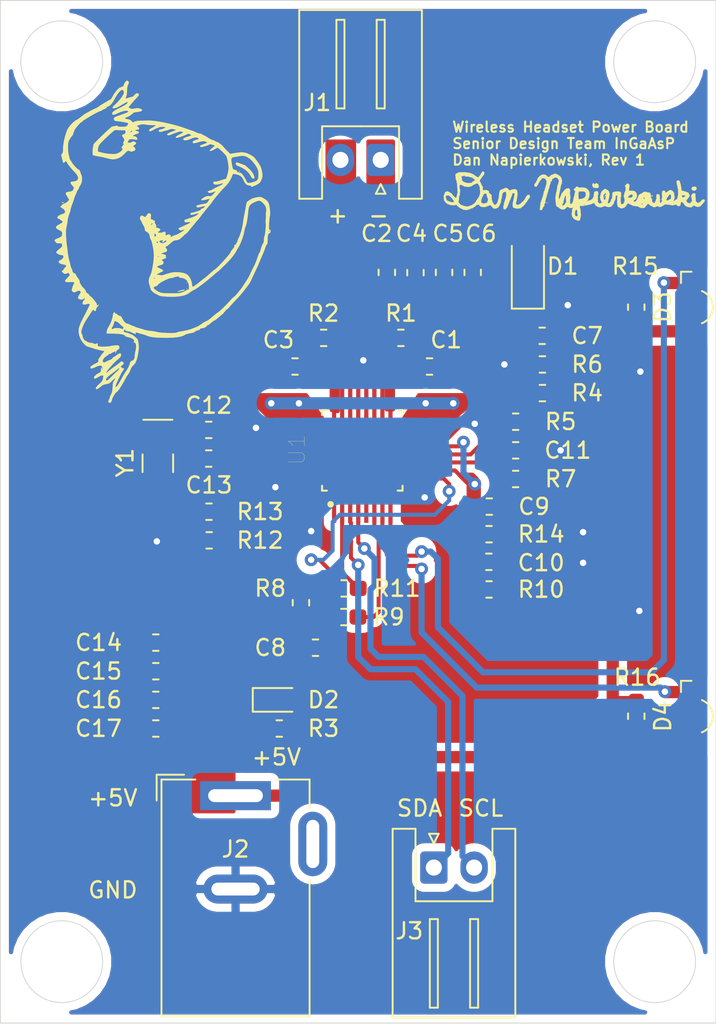
<source format=kicad_pcb>
(kicad_pcb (version 20171130) (host pcbnew "(5.1.5)-2")
  (layers (0 F.Cu signal) (31 B.Cu signal) (34 B.Paste user) (35 F.Paste user) (36 B.SilkS user) (37 F.SilkS user) (38 B.Mask user) (39 F.Mask user) (44 Edge.Cuts user))
  (net 0 "")
  (net 1 GND)
  (net 2 "Net-(C1-Pad1)")
  (net 3 Coil_Out)
  (net 4 "Net-(C2-Pad1)")
  (net 5 "Net-(C3-Pad1)")
  (net 6 "Net-(C7-Pad1)")
  (net 7 "Net-(C8-Pad1)")
  (net 8 "Net-(C9-Pad2)")
  (net 9 A_Sense)
  (net 10 V_Sense)
  (net 11 "Net-(C12-Pad1)")
  (net 12 "Net-(C13-Pad2)")
  (net 13 "Net-(C13-Pad1)")
  (net 14 +5V)
  (net 15 "Net-(D2-Pad2)")
  (net 16 "Net-(D3-Pad2)")
  (net 17 "Net-(D3-Pad1)")
  (net 18 "Net-(D4-Pad2)")
  (net 19 "Net-(D4-Pad1)")
  (net 20 Coil_In)
  (net 21 "Net-(J3-Pad2)")
  (net 22 "Net-(J3-Pad1)")
  (net 23 "Net-(R9-Pad2)")
  (net 24 "Net-(R11-Pad2)")
  (net 25 "Net-(R12-Pad2)")
  (net 26 "Net-(R13-Pad2)")
  (net 27 "Net-(U1-Pad5)")
  (net 28 "Net-(U1-Pad30)")
  (module ESP8266:Signature (layer F.Cu) (at 162.56 120.015)
    (fp_text reference G*** hide)
    (fp_text value LOGO hide)
  )
  (module SamacSys_Parts:lizard_logo (layer F.Cu) (at 138.684 122.7455 90)
    (fp_text reference G*** hide)
    (fp_text value LOGO hide)
  )
  (module Libraries:QFN50P500X500X85-33N (layer F.Cu) (at 149.479 135.89 90)
    (fp_text reference U1 (at 0.04249 -4.06426 90) (layer F.SilkS) (effects (font (thickness 0.015))))
    (fp_text value NXQ1TXH5_101J)
    (pad 33 smd rect (at 0 0 90) (size 3.6 3.6) (layers F.Cu F.Mask) (net 1 GND))
    (pad 24 smd rect (at 3.25 -1.75 90) (size 2.5 0.26) (layers F.Cu F.Paste F.Mask) (net 20 Coil_In))
    (pad 23 smd rect (at 3.25 -1.25 90) (size 2.5 0.26) (layers F.Cu F.Paste F.Mask) (net 20 Coil_In))
    (pad 22 smd rect (at 3.25 -0.75 90) (size 2.5 0.26) (layers F.Cu F.Paste F.Mask) (net 1 GND))
    (pad 21 smd rect (at 3.25 -0.25 90) (size 2.5 0.26) (layers F.Cu F.Paste F.Mask) (net 1 GND))
    (pad 20 smd rect (at 3.25 0.25 90) (size 2.5 0.26) (layers F.Cu F.Paste F.Mask) (net 1 GND))
    (pad 19 smd rect (at 3.25 0.75 90) (size 2.5 0.26) (layers F.Cu F.Paste F.Mask) (net 1 GND))
    (pad 18 smd rect (at 3.25 1.25 90) (size 2.5 0.26) (layers F.Cu F.Paste F.Mask) (net 3 Coil_Out))
    (pad 17 smd rect (at 3.25 1.75 90) (size 2.5 0.26) (layers F.Cu F.Paste F.Mask) (net 3 Coil_Out))
    (pad 16 smd rect (at 1.75 3.25 90) (size 0.26 2.5) (layers F.Cu F.Paste F.Mask) (net 14 +5V))
    (pad 15 smd rect (at 1.25 3.25 90) (size 0.26 2.5) (layers F.Cu F.Paste F.Mask) (net 14 +5V))
    (pad 14 smd rect (at 0.75 3.25 90) (size 0.26 2.5) (layers F.Cu F.Paste F.Mask) (net 1 GND))
    (pad 13 smd rect (at 0.25 3.25 90) (size 0.26 2.5) (layers F.Cu F.Paste F.Mask) (net 9 A_Sense))
    (pad 12 smd rect (at -0.25 3.25 90) (size 0.26 2.5) (layers F.Cu F.Paste F.Mask) (net 1 GND))
    (pad 11 smd rect (at -0.75 3.25 90) (size 0.26 2.5) (layers F.Cu F.Paste F.Mask) (net 10 V_Sense))
    (pad 10 smd rect (at -1.25 3.25 90) (size 0.26 2.5) (layers F.Cu F.Paste F.Mask) (net 9 A_Sense))
    (pad 9 smd rect (at -1.75 3.25 90) (size 0.26 2.5) (layers F.Cu F.Paste F.Mask) (net 7 "Net-(C8-Pad1)"))
    (pad 8 smd rect (at -3.25 1.75 90) (size 2.5 0.26) (layers F.Cu F.Paste F.Mask) (net 17 "Net-(D3-Pad1)"))
    (pad 7 smd rect (at -3.25 1.25 90) (size 2.5 0.26) (layers F.Cu F.Paste F.Mask) (net 19 "Net-(D4-Pad1)"))
    (pad 6 smd rect (at -3.25 0.75 90) (size 2.5 0.26) (layers F.Cu F.Paste F.Mask) (net 23 "Net-(R9-Pad2)"))
    (pad 5 smd rect (at -3.25 0.25 90) (size 2.5 0.26) (layers F.Cu F.Paste F.Mask) (net 27 "Net-(U1-Pad5)"))
    (pad 4 smd rect (at -3.25 -0.25 90) (size 2.5 0.26) (layers F.Cu F.Paste F.Mask) (net 21 "Net-(J3-Pad2)"))
    (pad 3 smd rect (at -3.25 -0.75 90) (size 2.5 0.26) (layers F.Cu F.Paste F.Mask) (net 22 "Net-(J3-Pad1)"))
    (pad 2 smd rect (at -3.25 -1.25 90) (size 2.5 0.26) (layers F.Cu F.Paste F.Mask) (net 24 "Net-(R11-Pad2)"))
    (pad 1 smd rect (at -3.25 -1.75 90) (size 2.5 0.26) (layers F.Cu F.Paste F.Mask) (net 25 "Net-(R12-Pad2)"))
    (pad 25 smd rect (at 1.75 -3.25 90) (size 0.26 2.5) (layers F.Cu F.Paste F.Mask) (net 14 +5V))
    (pad 26 smd rect (at 1.25 -3.25 90) (size 0.26 2.5) (layers F.Cu F.Paste F.Mask) (net 14 +5V))
    (pad 27 smd rect (at 0.75 -3.25 90) (size 0.26 2.5) (layers F.Cu F.Paste F.Mask) (net 1 GND))
    (pad 28 smd rect (at 0.25 -3.25 90) (size 0.26 2.5) (layers F.Cu F.Paste F.Mask) (net 11 "Net-(C12-Pad1)"))
    (pad 29 smd rect (at -0.25 -3.25 90) (size 0.26 2.5) (layers F.Cu F.Paste F.Mask) (net 13 "Net-(C13-Pad1)"))
    (pad 30 smd rect (at -0.75 -3.25 90) (size 0.26 2.5) (layers F.Cu F.Paste F.Mask) (net 28 "Net-(U1-Pad30)"))
    (pad 31 smd rect (at -1.25 -3.25 90) (size 0.26 2.5) (layers F.Cu F.Paste F.Mask) (net 1 GND))
    (pad 32 smd rect (at -1.75 -3.25 90) (size 0.26 2.5) (layers F.Cu F.Paste F.Mask) (net 26 "Net-(R13-Pad2)"))
  )
  (module Crystal:Crystal_SMD_MicroCrystal_CC7V-T1A-2Pin_3.2x1.5mm_HandSoldering (layer F.Cu) (at 136.779 136.6895 270)
    (fp_text reference Y1 (at -0.0375 2.032 90) (layer F.SilkS))
    (fp_text value Crystal)
    (pad 2 smd rect (at 1.625 0 270) (size 1.75 1.8) (layers F.Cu F.Paste F.Mask) (net 28 "Net-(U1-Pad30)"))
    (pad 1 smd rect (at -1.625 0 270) (size 1.75 1.8) (layers F.Cu F.Paste F.Mask) (net 12 "Net-(C13-Pad2)"))
  )
  (module LED_SMD:LED_0603_1608Metric_Pad1.05x0.95mm_HandSolder (layer F.Cu) (at 144.3355 151.384)
    (fp_text reference D2 (at 2.7305 0) (layer F.SilkS))
    (fp_text value LED)
    (pad 2 smd roundrect (at 0.875 0) (size 1.05 0.95) (layers F.Cu F.Paste F.Mask) (net 15 "Net-(D2-Pad2)"))
    (pad 1 smd roundrect (at -0.875 0) (size 1.05 0.95) (layers F.Cu F.Paste F.Mask) (net 1 GND))
  )
  (module Resistor_SMD:R_0603_1608Metric_Pad1.05x0.95mm_HandSolder (layer F.Cu) (at 166.497 152.4 90)
    (fp_text reference R16 (at 2.413 0.0635 180) (layer F.SilkS))
    (fp_text value 510)
    (pad 2 smd roundrect (at 0.875 0 90) (size 1.05 0.95) (layers F.Cu F.Paste F.Mask) (net 14 +5V))
    (pad 1 smd roundrect (at -0.875 0 90) (size 1.05 0.95) (layers F.Cu F.Paste F.Mask) (net 18 "Net-(D4-Pad2)"))
  )
  (module Resistor_SMD:R_0603_1608Metric_Pad1.05x0.95mm_HandSolder (layer F.Cu) (at 166.497 127 90)
    (fp_text reference R15 (at 2.54 -0.0635 180) (layer F.SilkS))
    (fp_text value 510)
    (pad 2 smd roundrect (at 0.875 0 90) (size 1.05 0.95) (layers F.Cu F.Paste F.Mask) (net 14 +5V))
    (pad 1 smd roundrect (at -0.875 0 90) (size 1.05 0.95) (layers F.Cu F.Paste F.Mask) (net 16 "Net-(D3-Pad2)"))
  )
  (module Resistor_SMD:R_0603_1608Metric_Pad1.05x0.95mm_HandSolder (layer F.Cu) (at 157.353 141.097)
    (fp_text reference R14 (at 3.2385 0) (layer F.SilkS))
    (fp_text value 180K)
    (pad 2 smd roundrect (at 0.875 0) (size 1.05 0.95) (layers F.Cu F.Paste F.Mask) (net 1 GND))
    (pad 1 smd roundrect (at -0.875 0) (size 1.05 0.95) (layers F.Cu F.Paste F.Mask) (net 9 A_Sense))
  )
  (module Resistor_SMD:R_0603_1608Metric_Pad1.05x0.95mm_HandSolder (layer F.Cu) (at 139.954 139.7)
    (fp_text reference R13 (at 3.175 0) (layer F.SilkS))
    (fp_text value 390K)
    (pad 2 smd roundrect (at 0.875 0) (size 1.05 0.95) (layers F.Cu F.Paste F.Mask) (net 26 "Net-(R13-Pad2)"))
    (pad 1 smd roundrect (at -0.875 0) (size 1.05 0.95) (layers F.Cu F.Paste F.Mask) (net 7 "Net-(C8-Pad1)"))
  )
  (module Resistor_SMD:R_0603_1608Metric_Pad1.05x0.95mm_HandSolder (layer F.Cu) (at 139.968 141.478)
    (fp_text reference R12 (at 3.161 0) (layer F.SilkS))
    (fp_text value 47K)
    (pad 2 smd roundrect (at 0.875 0) (size 1.05 0.95) (layers F.Cu F.Paste F.Mask) (net 25 "Net-(R12-Pad2)"))
    (pad 1 smd roundrect (at -0.875 0) (size 1.05 0.95) (layers F.Cu F.Paste F.Mask) (net 7 "Net-(C8-Pad1)"))
  )
  (module Resistor_SMD:R_0603_1608Metric_Pad1.05x0.95mm_HandSolder (layer F.Cu) (at 148.35 144.4625)
    (fp_text reference R11 (at 3.288 0) (layer F.SilkS))
    (fp_text value 43K)
    (pad 2 smd roundrect (at 0.875 0) (size 1.05 0.95) (layers F.Cu F.Paste F.Mask) (net 24 "Net-(R11-Pad2)"))
    (pad 1 smd roundrect (at -0.875 0) (size 1.05 0.95) (layers F.Cu F.Paste F.Mask) (net 7 "Net-(C8-Pad1)"))
  )
  (module Resistor_SMD:R_0603_1608Metric_Pad1.05x0.95mm_HandSolder (layer F.Cu) (at 157.353 144.526 180)
    (fp_text reference R10 (at -3.2385 0) (layer F.SilkS))
    (fp_text value 1M)
    (pad 2 smd roundrect (at 0.875 0 180) (size 1.05 0.95) (layers F.Cu F.Paste F.Mask) (net 9 A_Sense))
    (pad 1 smd roundrect (at -0.875 0 180) (size 1.05 0.95) (layers F.Cu F.Paste F.Mask) (net 14 +5V))
  )
  (module Resistor_SMD:R_0603_1608Metric_Pad1.05x0.95mm_HandSolder (layer F.Cu) (at 148.336 146.2405)
    (fp_text reference R9 (at 2.794 0) (layer F.SilkS))
    (fp_text value 130K)
    (pad 2 smd roundrect (at 0.875 0) (size 1.05 0.95) (layers F.Cu F.Paste F.Mask) (net 23 "Net-(R9-Pad2)"))
    (pad 1 smd roundrect (at -0.875 0) (size 1.05 0.95) (layers F.Cu F.Paste F.Mask) (net 7 "Net-(C8-Pad1)"))
  )
  (module Resistor_SMD:R_0603_1608Metric_Pad1.05x0.95mm_HandSolder (layer F.Cu) (at 145.669 145.3515 90)
    (fp_text reference R8 (at 0.889 -1.905 180) (layer F.SilkS))
    (fp_text value 390K)
    (pad 2 smd roundrect (at 0.875 0 90) (size 1.05 0.95) (layers F.Cu F.Paste F.Mask) (net 7 "Net-(C8-Pad1)"))
    (pad 1 smd roundrect (at -0.875 0 90) (size 1.05 0.95) (layers F.Cu F.Paste F.Mask) (net 14 +5V))
  )
  (module Resistor_SMD:R_0603_1608Metric_Pad1.05x0.95mm_HandSolder (layer F.Cu) (at 159.004 137.668)
    (fp_text reference R7 (at 2.794 0 180) (layer F.SilkS))
    (fp_text value 1.8K)
    (pad 2 smd roundrect (at 0.875 0) (size 1.05 0.95) (layers F.Cu F.Paste F.Mask) (net 1 GND))
    (pad 1 smd roundrect (at -0.875 0) (size 1.05 0.95) (layers F.Cu F.Paste F.Mask) (net 10 V_Sense))
  )
  (module Resistor_SMD:R_0603_1608Metric_Pad1.05x0.95mm_HandSolder (layer F.Cu) (at 160.669 130.556 180)
    (fp_text reference R6 (at -2.78 0) (layer F.SilkS))
    (fp_text value 15K)
    (pad 2 smd roundrect (at 0.875 0 180) (size 1.05 0.95) (layers F.Cu F.Paste F.Mask) (net 1 GND))
    (pad 1 smd roundrect (at -0.875 0 180) (size 1.05 0.95) (layers F.Cu F.Paste F.Mask) (net 8 "Net-(C9-Pad2)"))
  )
  (module Resistor_SMD:R_0603_1608Metric_Pad1.05x0.95mm_HandSolder (layer F.Cu) (at 159.004 134.112 180)
    (fp_text reference R5 (at -2.794 0 180) (layer F.SilkS))
    (fp_text value 27K)
    (pad 2 smd roundrect (at 0.875 0 180) (size 1.05 0.95) (layers F.Cu F.Paste F.Mask) (net 10 V_Sense))
    (pad 1 smd roundrect (at -0.875 0 180) (size 1.05 0.95) (layers F.Cu F.Paste F.Mask) (net 6 "Net-(C7-Pad1)"))
  )
  (module Resistor_SMD:R_0603_1608Metric_Pad1.05x0.95mm_HandSolder (layer F.Cu) (at 160.669 132.334)
    (fp_text reference R4 (at 2.78 0) (layer F.SilkS))
    (fp_text value 15K)
    (pad 2 smd roundrect (at 0.875 0) (size 1.05 0.95) (layers F.Cu F.Paste F.Mask) (net 8 "Net-(C9-Pad2)"))
    (pad 1 smd roundrect (at -0.875 0) (size 1.05 0.95) (layers F.Cu F.Paste F.Mask) (net 6 "Net-(C7-Pad1)"))
  )
  (module Resistor_SMD:R_0603_1608Metric_Pad1.05x0.95mm_HandSolder (layer F.Cu) (at 144.3215 153.162 180)
    (fp_text reference R3 (at -2.7445 0) (layer F.SilkS))
    (fp_text value 510)
    (pad 2 smd roundrect (at 0.875 0 180) (size 1.05 0.95) (layers F.Cu F.Paste F.Mask) (net 14 +5V))
    (pad 1 smd roundrect (at -0.875 0 180) (size 1.05 0.95) (layers F.Cu F.Paste F.Mask) (net 15 "Net-(D2-Pad2)"))
  )
  (module Resistor_SMD:R_0603_1608Metric_Pad1.05x0.95mm_HandSolder (layer F.Cu) (at 147.08 128.905 180)
    (fp_text reference R2 (at 0.014 1.524) (layer F.SilkS))
    (fp_text value 1)
    (pad 2 smd roundrect (at 0.875 0 180) (size 1.05 0.95) (layers F.Cu F.Paste F.Mask) (net 5 "Net-(C3-Pad1)"))
    (pad 1 smd roundrect (at -0.875 0 180) (size 1.05 0.95) (layers F.Cu F.Paste F.Mask) (net 20 Coil_In))
  )
  (module Resistor_SMD:R_0603_1608Metric_Pad1.05x0.95mm_HandSolder (layer F.Cu) (at 151.878 128.905)
    (fp_text reference R1 (at 0 -1.524) (layer F.SilkS))
    (fp_text value 1)
    (pad 2 smd roundrect (at 0.875 0) (size 1.05 0.95) (layers F.Cu F.Paste F.Mask) (net 2 "Net-(C1-Pad1)"))
    (pad 1 smd roundrect (at -0.875 0) (size 1.05 0.95) (layers F.Cu F.Paste F.Mask) (net 3 Coil_Out))
  )
  (module Connector_JST:JST_XH_S2B-XH-A_1x02_P2.50mm_Horizontal (layer F.Cu) (at 153.924 161.798)
    (fp_text reference J3 (at -1.524 3.937) (layer F.SilkS))
    (fp_text value Conn_01x02_Female)
    (pad 2 thru_hole oval (at 2.5 0) (size 1.7 2) (drill 1) (layers *.Cu *.Mask) (net 21 "Net-(J3-Pad2)"))
    (pad 1 thru_hole roundrect (at 0 0) (size 1.7 2) (drill 1) (layers *.Cu *.Mask) (roundrect_rratio 0.147059) (net 22 "Net-(J3-Pad1)"))
  )
  (module Connector_BarrelJack:BarrelJack_Wuerth_6941xx301002 (layer F.Cu) (at 141.605 157.3315)
    (fp_text reference J2 (at 0 3.3235) (layer F.SilkS))
    (fp_text value Barrel_Jack_MountingPin)
    (pad 1 thru_hole rect (at 0 0) (size 4.4 1.8) (drill oval 3.4 0.8) (layers *.Cu *.Mask) (net 14 +5V))
    (pad 2 thru_hole oval (at 0 5.8) (size 4 1.8) (drill oval 3 0.8) (layers *.Cu *.Mask) (net 1 GND))
    (pad 3 thru_hole oval (at 4.8 3 90) (size 4 1.8) (drill oval 3 0.8) (layers *.Cu *.Mask))
  )
  (module Connector_JST:JST_XH_S2B-XH-A_1x02_P2.50mm_Horizontal (layer F.Cu) (at 150.622 117.856 180)
    (fp_text reference J1 (at 3.937 3.556) (layer F.SilkS))
    (fp_text value Conn_01x02_Male)
    (pad 2 thru_hole oval (at 2.5 0 180) (size 1.7 2) (drill 1) (layers *.Cu *.Mask) (net 20 Coil_In))
    (pad 1 thru_hole roundrect (at 0 0 180) (size 1.7 2) (drill 1) (layers *.Cu *.Mask) (roundrect_rratio 0.147059) (net 4 "Net-(C2-Pad1)"))
  )
  (module LED_SMD:LED_Kingbright_APFA3010_3x1.5mm_Horizontal (layer F.Cu) (at 169.926 152.4 270)
    (fp_text reference D4 (at 0 1.778 90) (layer F.SilkS))
    (fp_text value LED)
    (pad 3 smd rect (at 0.4 0.45 270) (size 0.4 0.8) (layers F.Cu F.Paste F.Mask))
    (pad 4 smd rect (at -0.4 0.45 270) (size 0.4 0.8) (layers F.Cu F.Paste F.Mask))
    (pad 2 smd rect (at 1.5 0 270) (size 1 0.9) (layers F.Cu F.Paste F.Mask) (net 18 "Net-(D4-Pad2)"))
    (pad 1 smd rect (at -1.5 0 270) (size 1 0.9) (layers F.Cu F.Paste F.Mask) (net 19 "Net-(D4-Pad1)"))
  )
  (module LED_SMD:LED_Kingbright_APFA3010_3x1.5mm_Horizontal (layer F.Cu) (at 169.926 127 270)
    (fp_text reference D3 (at 0 1.8 90) (layer F.SilkS))
    (fp_text value LED)
    (pad 3 smd rect (at 0.4 0.45 270) (size 0.4 0.8) (layers F.Cu F.Paste F.Mask))
    (pad 4 smd rect (at -0.4 0.45 270) (size 0.4 0.8) (layers F.Cu F.Paste F.Mask))
    (pad 2 smd rect (at 1.5 0 270) (size 1 0.9) (layers F.Cu F.Paste F.Mask) (net 16 "Net-(D3-Pad2)"))
    (pad 1 smd rect (at -1.5 0 270) (size 1 0.9) (layers F.Cu F.Paste F.Mask) (net 17 "Net-(D3-Pad1)"))
  )
  (module Diode_SMD:D_SOD-123 (layer F.Cu) (at 159.766 124.841 90)
    (fp_text reference D1 (at 0.381 2.159 180) (layer F.SilkS))
    (fp_text value D_Schottky)
    (pad 2 smd rect (at 1.65 0 90) (size 0.9 1.2) (layers F.Cu F.Paste F.Mask) (net 4 "Net-(C2-Pad1)"))
    (pad 1 smd rect (at -1.65 0 90) (size 0.9 1.2) (layers F.Cu F.Paste F.Mask) (net 6 "Net-(C7-Pad1)"))
  )
  (module Capacitor_SMD:C_0603_1608Metric_Pad1.05x0.95mm_HandSolder (layer F.Cu) (at 136.652 153.162 180)
    (fp_text reference C17 (at 3.556 0) (layer F.SilkS))
    (fp_text value "10nF 50V")
    (pad 2 smd roundrect (at 0.875 0 180) (size 1.05 0.95) (layers F.Cu F.Paste F.Mask) (net 1 GND))
    (pad 1 smd roundrect (at -0.875 0 180) (size 1.05 0.95) (layers F.Cu F.Paste F.Mask) (net 14 +5V))
  )
  (module Capacitor_SMD:C_0603_1608Metric_Pad1.05x0.95mm_HandSolder (layer F.Cu) (at 136.652 151.384 180)
    (fp_text reference C16 (at 3.556 0) (layer F.SilkS))
    (fp_text value "10nF 50V")
    (pad 2 smd roundrect (at 0.875 0 180) (size 1.05 0.95) (layers F.Cu F.Paste F.Mask) (net 1 GND))
    (pad 1 smd roundrect (at -0.875 0 180) (size 1.05 0.95) (layers F.Cu F.Paste F.Mask) (net 14 +5V))
  )
  (module Capacitor_SMD:C_0603_1608Metric_Pad1.05x0.95mm_HandSolder (layer F.Cu) (at 136.652 149.606 180)
    (fp_text reference C15 (at 3.556 0) (layer F.SilkS))
    (fp_text value "22uF 50V")
    (pad 2 smd roundrect (at 0.875 0 180) (size 1.05 0.95) (layers F.Cu F.Paste F.Mask) (net 1 GND))
    (pad 1 smd roundrect (at -0.875 0 180) (size 1.05 0.95) (layers F.Cu F.Paste F.Mask) (net 14 +5V))
  )
  (module Capacitor_SMD:C_0603_1608Metric_Pad1.05x0.95mm_HandSolder (layer F.Cu) (at 136.652 147.828 180)
    (fp_text reference C14 (at 3.556 0) (layer F.SilkS))
    (fp_text value "22uF 50V")
    (pad 2 smd roundrect (at 0.875 0 180) (size 1.05 0.95) (layers F.Cu F.Paste F.Mask) (net 1 GND))
    (pad 1 smd roundrect (at -0.875 0 180) (size 1.05 0.95) (layers F.Cu F.Paste F.Mask) (net 14 +5V))
  )
  (module Capacitor_SMD:C_0603_1608Metric_Pad1.05x0.95mm_HandSolder (layer F.Cu) (at 139.94 136.398 180)
    (fp_text reference C13 (at -0.014 -1.651) (layer F.SilkS))
    (fp_text value "2.2pF 50V")
    (pad 2 smd roundrect (at 0.875 0 180) (size 1.05 0.95) (layers F.Cu F.Paste F.Mask) (net 12 "Net-(C13-Pad2)"))
    (pad 1 smd roundrect (at -0.875 0 180) (size 1.05 0.95) (layers F.Cu F.Paste F.Mask) (net 13 "Net-(C13-Pad1)"))
  )
  (module Capacitor_SMD:C_0603_1608Metric_Pad1.05x0.95mm_HandSolder (layer F.Cu) (at 139.94 134.62 180)
    (fp_text reference C12 (at 0 1.524) (layer F.SilkS))
    (fp_text value "100nF 50V")
    (pad 2 smd roundrect (at 0.875 0 180) (size 1.05 0.95) (layers F.Cu F.Paste F.Mask) (net 1 GND))
    (pad 1 smd roundrect (at -0.875 0 180) (size 1.05 0.95) (layers F.Cu F.Paste F.Mask) (net 11 "Net-(C12-Pad1)"))
  )
  (module Capacitor_SMD:C_0603_1608Metric_Pad1.05x0.95mm_HandSolder (layer F.Cu) (at 159.004 135.89)
    (fp_text reference C11 (at 3.2385 0 180) (layer F.SilkS))
    (fp_text value "6.8nF 50V")
    (pad 2 smd roundrect (at 0.875 0) (size 1.05 0.95) (layers F.Cu F.Paste F.Mask) (net 1 GND))
    (pad 1 smd roundrect (at -0.875 0) (size 1.05 0.95) (layers F.Cu F.Paste F.Mask) (net 10 V_Sense))
  )
  (module Capacitor_SMD:C_0603_1608Metric_Pad1.05x0.95mm_HandSolder (layer F.Cu) (at 157.339 142.8115)
    (fp_text reference C10 (at 3.2525 0.0635) (layer F.SilkS))
    (fp_text value "22nF 50V")
    (pad 2 smd roundrect (at 0.875 0) (size 1.05 0.95) (layers F.Cu F.Paste F.Mask) (net 1 GND))
    (pad 1 smd roundrect (at -0.875 0) (size 1.05 0.95) (layers F.Cu F.Paste F.Mask) (net 9 A_Sense))
  )
  (module Capacitor_SMD:C_0603_1608Metric_Pad1.05x0.95mm_HandSolder (layer F.Cu) (at 157.367 139.3825)
    (fp_text reference C9 (at 2.78 0) (layer F.SilkS))
    (fp_text value "10nF 50V")
    (pad 2 smd roundrect (at 0.875 0) (size 1.05 0.95) (layers F.Cu F.Paste F.Mask) (net 8 "Net-(C9-Pad2)"))
    (pad 1 smd roundrect (at -0.875 0) (size 1.05 0.95) (layers F.Cu F.Paste F.Mask) (net 9 A_Sense))
  )
  (module Capacitor_SMD:C_0603_1608Metric_Pad1.05x0.95mm_HandSolder (layer F.Cu) (at 146.572 148.1455 180)
    (fp_text reference C8 (at 2.808 0) (layer F.SilkS))
    (fp_text value "1nF 50V")
    (pad 2 smd roundrect (at 0.875 0 180) (size 1.05 0.95) (layers F.Cu F.Paste F.Mask) (net 1 GND))
    (pad 1 smd roundrect (at -0.875 0 180) (size 1.05 0.95) (layers F.Cu F.Paste F.Mask) (net 7 "Net-(C8-Pad1)"))
  )
  (module Capacitor_SMD:C_0603_1608Metric_Pad1.05x0.95mm_HandSolder (layer F.Cu) (at 160.655 128.778)
    (fp_text reference C7 (at 2.794 0) (layer F.SilkS))
    (fp_text value "22nF 50V")
    (pad 2 smd roundrect (at 0.875 0) (size 1.05 0.95) (layers F.Cu F.Paste F.Mask) (net 1 GND))
    (pad 1 smd roundrect (at -0.875 0) (size 1.05 0.95) (layers F.Cu F.Paste F.Mask) (net 6 "Net-(C7-Pad1)"))
  )
  (module Capacitor_SMD:C_0603_1608Metric_Pad1.05x0.95mm_HandSolder (layer F.Cu) (at 156.337 124.841 270)
    (fp_text reference C6 (at -2.413 -0.508 180) (layer F.SilkS))
    (fp_text value "82nF 50V")
    (pad 2 smd roundrect (at 0.875 0 270) (size 1.05 0.95) (layers F.Cu F.Paste F.Mask) (net 3 Coil_Out))
    (pad 1 smd roundrect (at -0.875 0 270) (size 1.05 0.95) (layers F.Cu F.Paste F.Mask) (net 4 "Net-(C2-Pad1)"))
  )
  (module Capacitor_SMD:C_0603_1608Metric_Pad1.05x0.95mm_HandSolder (layer F.Cu) (at 154.559 124.841 270)
    (fp_text reference C5 (at -2.413 -0.254 180) (layer F.SilkS))
    (fp_text value "82nF 50V")
    (pad 2 smd roundrect (at 0.875 0 270) (size 1.05 0.95) (layers F.Cu F.Paste F.Mask) (net 3 Coil_Out))
    (pad 1 smd roundrect (at -0.875 0 270) (size 1.05 0.95) (layers F.Cu F.Paste F.Mask) (net 4 "Net-(C2-Pad1)"))
  )
  (module Capacitor_SMD:C_0603_1608Metric_Pad1.05x0.95mm_HandSolder (layer F.Cu) (at 152.781 124.855 270)
    (fp_text reference C4 (at -2.427 0.254 180) (layer F.SilkS))
    (fp_text value "100nF 50V")
    (pad 2 smd roundrect (at 0.875 0 270) (size 1.05 0.95) (layers F.Cu F.Paste F.Mask) (net 3 Coil_Out))
    (pad 1 smd roundrect (at -0.875 0 270) (size 1.05 0.95) (layers F.Cu F.Paste F.Mask) (net 4 "Net-(C2-Pad1)"))
  )
  (module Capacitor_SMD:C_0603_1608Metric_Pad1.05x0.95mm_HandSolder (layer F.Cu) (at 145.302 130.683 180)
    (fp_text reference C3 (at 1.03 1.651) (layer F.SilkS))
    (fp_text value "6.8nF 50V")
    (pad 2 smd roundrect (at 0.875 0 180) (size 1.05 0.95) (layers F.Cu F.Paste F.Mask) (net 1 GND))
    (pad 1 smd roundrect (at -0.875 0 180) (size 1.05 0.95) (layers F.Cu F.Paste F.Mask) (net 5 "Net-(C3-Pad1)"))
  )
  (module Capacitor_SMD:C_0603_1608Metric_Pad1.05x0.95mm_HandSolder (layer F.Cu) (at 151.003 124.841 270)
    (fp_text reference C2 (at -2.413 0.635 180) (layer F.SilkS))
    (fp_text value "100nF 50V")
    (pad 2 smd roundrect (at 0.875 0 270) (size 1.05 0.95) (layers F.Cu F.Paste F.Mask) (net 3 Coil_Out))
    (pad 1 smd roundrect (at -0.875 0 270) (size 1.05 0.95) (layers F.Cu F.Paste F.Mask) (net 4 "Net-(C2-Pad1)"))
  )
  (module Capacitor_SMD:C_0603_1608Metric_Pad1.05x0.95mm_HandSolder (layer F.Cu) (at 153.656 130.683)
    (fp_text reference C1 (at 1.03 -1.651) (layer F.SilkS))
    (fp_text value "6.8nF 50V")
    (pad 2 smd roundrect (at 0.875 0) (size 1.05 0.95) (layers F.Cu F.Paste F.Mask) (net 1 GND))
    (pad 1 smd roundrect (at -0.875 0) (size 1.05 0.95) (layers F.Cu F.Paste F.Mask) (net 2 "Net-(C1-Pad1)"))
  )
  (gr_text - (at 150.495 121.285) (layer F.SilkS) (effects (font (size 1 1))))
  (gr_text + (at 147.955 121.285) (layer F.SilkS) (effects (font (size 1 1))))
  (gr_text +5V (at 144.145 154.94) (layer F.SilkS) (effects (font (size 1 1))))
  (gr_text GND (at 133.985 163.195) (layer F.SilkS) (effects (font (size 1 1))))
  (gr_text +5V (at 133.985 157.48) (layer F.SilkS) (effects (font (size 1 1))))
  (gr_text SCL (at 156.845 158.115) (layer F.SilkS) (effects (font (size 1 1))))
  (gr_text SDA (at 153.035 158.115) (layer F.SilkS) (effects (font (size 1 1))))
  (gr_circle (center 167.64 167.64) (end 167.64 170.18) (layer Edge.Cuts) (width 0.05))
  (gr_circle (center 130.81 167.64) (end 130.81 170.18) (layer Edge.Cuts) (width 0.05))
  (gr_circle (center 167.64 111.76) (end 167.64 114.3) (layer Edge.Cuts) (width 0.05))
  (gr_circle (center 130.81 111.76) (end 130.81 114.3) (layer Edge.Cuts) (width 0.05))
  (gr_text "Wireless Headset Power Board\nSenior Design Team InGaAsP\nDan Napierkowski, Rev 1" (at 155.0035 116.84) (layer F.SilkS) (effects (font (size 0.635 0.635) (thickness 0.127)) (justify left)))
  (gr_line (start 127 171.45) (end 127 152.4) (layer Edge.Cuts) (width 0.05))
  (gr_line (start 171.45 171.45) (end 127 171.45) (layer Edge.Cuts) (width 0.05))
  (gr_line (start 127 107.95) (end 127 152.4) (layer Edge.Cuts) (width 0.05))
  (gr_line (start 171.45 107.95) (end 127 107.95) (layer Edge.Cuts) (width 0.05))
  (gr_line (start 171.45 171.45) (end 171.45 107.95) (layer Edge.Cuts) (width 0.05))
  (via (at 155.1305 132.969) (size 0.8) (drill 0.4) (layers F.Cu B.Cu) (net 14))
  (via (at 153.416 132.969) (size 0.8) (drill 0.4) (layers F.Cu B.Cu) (net 14))
  (segment (start 153.416 132.969) (end 155.1305 132.969) (width 0.762) (layer B.Cu) (net 14))
  (segment (start 134.493 143.1925) (end 137.414 146.1135) (width 0.762) (layer F.Cu) (net 14))
  (via (at 144.0815 138.176) (size 0.8) (drill 0.4) (layers F.Cu B.Cu) (net 1))
  (segment (start 146.229 137.14) (end 144.763998 137.14) (width 0.25) (layer F.Cu) (net 1))
  (segment (start 144.0815 137.822498) (end 144.0815 138.176) (width 0.25) (layer F.Cu) (net 1))
  (segment (start 144.763998 137.14) (end 144.0815 137.822498) (width 0.25) (layer F.Cu) (net 1))
  (via (at 146.304 140.9065) (size 0.8) (drill 0.4) (layers F.Cu B.Cu) (net 1))
  (via (at 142.875 134.493) (size 0.8) (drill 0.4) (layers F.Cu B.Cu) (net 1))
  (via (at 136.7155 141.5415) (size 0.8) (drill 0.4) (layers F.Cu B.Cu) (net 1))
  (segment (start 139.065 134.62) (end 139.065 133.985) (width 0.25) (layer F.Cu) (net 1))
  (segment (start 139.065 133.985) (end 139.446 133.604) (width 0.25) (layer F.Cu) (net 1))
  (segment (start 141.986 133.604) (end 142.9385 134.5565) (width 0.25) (layer F.Cu) (net 1))
  (segment (start 139.446 133.604) (end 141.986 133.604) (width 0.25) (layer F.Cu) (net 1))
  (segment (start 141.986 133.604) (end 142.367 133.604) (width 0.25) (layer F.Cu) (net 1))
  (segment (start 144.157 135.14) (end 143.776 135.14) (width 0.25) (layer F.Cu) (net 1))
  (segment (start 146.229 135.14) (end 144.157 135.14) (width 0.25) (layer F.Cu) (net 1))
  (segment (start 143.129 134.493) (end 142.875 134.493) (width 0.25) (layer F.Cu) (net 1))
  (segment (start 143.776 135.14) (end 143.129 134.493) (width 0.25) (layer F.Cu) (net 1))
  (via (at 149.5425 130.302) (size 0.8) (drill 0.4) (layers F.Cu B.Cu) (net 1))
  (segment (start 149.729 130.552) (end 149.479 130.302) (width 0.25) (layer F.Cu) (net 1))
  (segment (start 148.729 132.64) (end 148.729 131.052) (width 0.25) (layer F.Cu) (net 1))
  (segment (start 149.729 130.3615) (end 149.6695 130.302) (width 0.25) (layer F.Cu) (net 1))
  (segment (start 149.729 135.64) (end 149.479 135.89) (width 0.25) (layer F.Cu) (net 1))
  (segment (start 149.729 132.64) (end 149.729 135.64) (width 0.25) (layer F.Cu) (net 1))
  (segment (start 150.229 135.14) (end 149.479 135.89) (width 0.25) (layer F.Cu) (net 1))
  (segment (start 152.729 135.14) (end 150.229 135.14) (width 0.25) (layer F.Cu) (net 1))
  (segment (start 149.479 130.302) (end 148.729 131.052) (width 0.25) (layer F.Cu) (net 1))
  (segment (start 149.5425 130.302) (end 149.479 130.302) (width 0.25) (layer F.Cu) (net 1))
  (segment (start 149.229 130.6155) (end 149.5425 130.302) (width 0.25) (layer F.Cu) (net 1))
  (segment (start 149.229 132.64) (end 149.229 130.6155) (width 0.25) (layer F.Cu) (net 1))
  (segment (start 149.729 130.4885) (end 149.5425 130.302) (width 0.25) (layer F.Cu) (net 1))
  (segment (start 149.729 132.64) (end 149.729 130.4885) (width 0.25) (layer F.Cu) (net 1))
  (segment (start 150.229 130.9885) (end 149.5425 130.302) (width 0.25) (layer F.Cu) (net 1))
  (segment (start 150.229 132.64) (end 150.229 130.9885) (width 0.25) (layer F.Cu) (net 1))
  (segment (start 154.555 136.14) (end 154.559 136.144) (width 0.25) (layer F.Cu) (net 1))
  (segment (start 152.729 136.14) (end 154.555 136.14) (width 0.25) (layer F.Cu) (net 1))
  (segment (start 154.559 136.144) (end 156.21 136.144) (width 0.25) (layer F.Cu) (net 1))
  (segment (start 156.21 136.144) (end 156.7815 135.5725) (width 0.25) (layer F.Cu) (net 1))
  (segment (start 156.7815 135.5725) (end 156.7815 134.5565) (width 0.25) (layer F.Cu) (net 1))
  (segment (start 156.7815 134.5565) (end 156.464 134.239) (width 0.25) (layer F.Cu) (net 1))
  (segment (start 156.464 134.239) (end 156.464 134.239) (width 0.25) (layer F.Cu) (net 1))
  (via (at 156.464 134.239) (size 0.8) (drill 0.4) (layers F.Cu B.Cu) (net 1))
  (segment (start 152.729 135.14) (end 154.801 135.14) (width 0.25) (layer F.Cu) (net 1))
  (segment (start 155.702 134.239) (end 156.464 134.239) (width 0.25) (layer F.Cu) (net 1))
  (segment (start 154.801 135.14) (end 155.702 134.239) (width 0.25) (layer F.Cu) (net 1))
  (via (at 158.3055 130.556) (size 0.8) (drill 0.4) (layers F.Cu B.Cu) (net 1))
  (segment (start 158.3055 130.556) (end 159.794 130.556) (width 0.762) (layer F.Cu) (net 1))
  (via (at 162.2425 126.873) (size 0.8) (drill 0.4) (layers F.Cu B.Cu) (net 1))
  (via (at 161.798 135.89) (size 0.8) (drill 0.4) (layers F.Cu B.Cu) (net 1))
  (via (at 163.195 140.97) (size 0.8) (drill 0.4) (layers F.Cu B.Cu) (net 1))
  (via (at 163.195 142.875) (size 0.8) (drill 0.4) (layers F.Cu B.Cu) (net 1))
  (via (at 153.3525 138.811) (size 0.8) (drill 0.4) (layers F.Cu B.Cu) (net 1))
  (via (at 166.751 131.0005) (size 0.8) (drill 0.4) (layers F.Cu B.Cu) (net 1))
  (via (at 166.6875 145.8595) (size 0.8) (drill 0.4) (layers F.Cu B.Cu) (net 1))
  (segment (start 152.753 130.655) (end 152.781 130.683) (width 0.762) (layer F.Cu) (net 2))
  (segment (start 152.753 128.905) (end 152.753 130.655) (width 0.762) (layer F.Cu) (net 2))
  (via (at 155.7655 135.382) (size 0.8) (drill 0.4) (layers F.Cu B.Cu) (net 9))
  (segment (start 150.729 132.64) (end 150.729 130.576) (width 0.25) (layer F.Cu) (net 3))
  (segment (start 151.229 132.64) (end 151.229 130.655) (width 0.25) (layer F.Cu) (net 3))
  (segment (start 157.112 123.191) (end 156.337 123.966) (width 0.762) (layer F.Cu) (net 4))
  (segment (start 159.766 123.191) (end 157.112 123.191) (width 0.762) (layer F.Cu) (net 4))
  (via (at 149.225 143.002) (size 0.8) (drill 0.4) (layers F.Cu B.Cu) (net 22))
  (segment (start 146.205 130.655) (end 146.177 130.683) (width 0.762) (layer F.Cu) (net 5))
  (segment (start 146.205 128.905) (end 146.205 130.655) (width 0.762) (layer F.Cu) (net 5))
  (segment (start 159.78 126.505) (end 159.766 126.491) (width 0.762) (layer F.Cu) (net 6))
  (segment (start 159.78 128.778) (end 159.78 126.505) (width 0.762) (layer F.Cu) (net 6))
  (segment (start 159.78 128.778) (end 157.988 128.778) (width 0.762) (layer F.Cu) (net 6))
  (segment (start 157.988 128.778) (end 157.0355 129.7305) (width 0.762) (layer F.Cu) (net 6))
  (segment (start 157.0355 129.7305) (end 157.0355 131.064) (width 0.762) (layer F.Cu) (net 6))
  (segment (start 158.3055 132.334) (end 159.794 132.334) (width 0.762) (layer F.Cu) (net 6))
  (segment (start 157.0355 131.064) (end 158.3055 132.334) (width 0.762) (layer F.Cu) (net 6))
  (segment (start 159.794 134.027) (end 159.879 134.112) (width 0.762) (layer F.Cu) (net 6))
  (segment (start 159.794 132.334) (end 159.794 134.027) (width 0.762) (layer F.Cu) (net 6))
  (segment (start 139.093 141.478) (end 139.093 142.776) (width 0.762) (layer F.Cu) (net 7))
  (segment (start 147.475 146.2265) (end 147.461 146.2405) (width 0.762) (layer F.Cu) (net 7))
  (segment (start 147.475 144.4625) (end 147.475 146.2265) (width 0.762) (layer F.Cu) (net 7))
  (segment (start 147.461 148.1315) (end 147.447 148.1455) (width 0.762) (layer F.Cu) (net 7))
  (segment (start 147.461 146.2405) (end 147.461 148.1315) (width 0.762) (layer F.Cu) (net 7))
  (segment (start 147.475 144.4625) (end 139.8905 144.4625) (width 0.762) (layer F.Cu) (net 7))
  (segment (start 139.093 143.665) (end 139.093 142.776) (width 0.762) (layer F.Cu) (net 7))
  (segment (start 139.8905 144.4625) (end 139.093 143.665) (width 0.762) (layer F.Cu) (net 7))
  (segment (start 139.093 139.714) (end 139.079 139.7) (width 0.762) (layer F.Cu) (net 7))
  (segment (start 139.093 141.478) (end 139.093 139.714) (width 0.762) (layer F.Cu) (net 7))
  (segment (start 147.475 144.4625) (end 147.475 143.3475) (width 0.25) (layer F.Cu) (net 7))
  (segment (start 147.475 143.3475) (end 146.812 142.6845) (width 0.25) (layer F.Cu) (net 7))
  (segment (start 146.812 142.6845) (end 146.304 142.6845) (width 0.25) (layer F.Cu) (net 7))
  (segment (start 146.304 142.6845) (end 146.304 142.6845) (width 0.25) (layer F.Cu) (net 7))
  (via (at 146.304 142.6845) (size 0.8) (drill 0.4) (layers F.Cu B.Cu) (net 7))
  (segment (start 146.304 142.6845) (end 147.066 142.6845) (width 0.25) (layer B.Cu) (net 7))
  (segment (start 147.066 142.6845) (end 147.6375 142.113) (width 0.25) (layer B.Cu) (net 7))
  (segment (start 147.6375 142.113) (end 147.6375 140.335) (width 0.25) (layer B.Cu) (net 7))
  (segment (start 147.6375 140.335) (end 148.082 139.8905) (width 0.25) (layer B.Cu) (net 7))
  (segment (start 148.082 139.8905) (end 153.9875 139.8905) (width 0.25) (layer B.Cu) (net 7))
  (segment (start 153.9875 139.8905) (end 154.8765 139.0015) (width 0.25) (layer B.Cu) (net 7))
  (segment (start 154.8765 139.0015) (end 154.8765 138.43) (width 0.25) (layer B.Cu) (net 7))
  (segment (start 154.8765 138.43) (end 154.8765 138.43) (width 0.25) (layer B.Cu) (net 7))
  (via (at 154.8765 138.43) (size 0.8) (drill 0.4) (layers F.Cu B.Cu) (net 7))
  (segment (start 154.8765 137.9855) (end 154.8765 138.43) (width 0.25) (layer F.Cu) (net 7))
  (segment (start 152.729 137.64) (end 154.531 137.64) (width 0.25) (layer F.Cu) (net 7))
  (segment (start 154.531 137.64) (end 154.8765 137.9855) (width 0.25) (layer F.Cu) (net 7))
  (segment (start 161.544 130.556) (end 161.544 132.334) (width 0.762) (layer F.Cu) (net 8))
  (segment (start 158.242 139.3825) (end 162.4965 139.3825) (width 0.762) (layer F.Cu) (net 8))
  (segment (start 162.4965 139.3825) (end 163.8935 137.9855) (width 0.762) (layer F.Cu) (net 8))
  (segment (start 163.8935 137.9855) (end 163.8935 133.731) (width 0.762) (layer F.Cu) (net 8))
  (segment (start 162.4965 132.334) (end 161.544 132.334) (width 0.762) (layer F.Cu) (net 8))
  (segment (start 163.8935 133.731) (end 162.4965 132.334) (width 0.762) (layer F.Cu) (net 8))
  (via (at 156.464 137.9855) (size 0.8) (drill 0.4) (layers F.Cu B.Cu) (net 9))
  (segment (start 155.5075 135.64) (end 155.7655 135.382) (width 0.25) (layer F.Cu) (net 9))
  (segment (start 152.729 135.64) (end 155.5075 135.64) (width 0.25) (layer F.Cu) (net 9))
  (segment (start 155.7655 137.287) (end 156.464 137.9855) (width 0.381) (layer B.Cu) (net 9))
  (segment (start 155.7655 135.382) (end 155.7655 137.287) (width 0.381) (layer B.Cu) (net 9))
  (segment (start 152.729 137.14) (end 152.888 137.14) (width 0.25) (layer F.Cu) (net 9))
  (segment (start 152.888 137.14) (end 152.908 137.16) (width 0.25) (layer F.Cu) (net 9))
  (segment (start 152.729 137.14) (end 155.2375 137.14) (width 0.25) (layer F.Cu) (net 9))
  (segment (start 155.2375 137.14) (end 155.6385 137.541) (width 0.25) (layer F.Cu) (net 9))
  (segment (start 153.428 136.64) (end 153.44 136.652) (width 0.25) (layer F.Cu) (net 10))
  (segment (start 152.729 136.64) (end 153.428 136.64) (width 0.25) (layer F.Cu) (net 10))
  (segment (start 156.603 136.64) (end 152.729 136.64) (width 0.25) (layer F.Cu) (net 10))
  (segment (start 158.129 135.89) (end 157.353 135.89) (width 0.25) (layer F.Cu) (net 10))
  (segment (start 157.353 135.89) (end 156.603 136.64) (width 0.25) (layer F.Cu) (net 10))
  (segment (start 156.603 136.64) (end 156.6425 136.64) (width 0.25) (layer F.Cu) (net 10))
  (segment (start 156.6425 136.64) (end 157.099 137.0965) (width 0.25) (layer F.Cu) (net 10))
  (segment (start 157.099 137.0965) (end 157.4165 137.414) (width 0.25) (layer F.Cu) (net 10))
  (segment (start 141.732 134.62) (end 140.815 134.62) (width 0.25) (layer F.Cu) (net 11))
  (segment (start 146.229 135.64) (end 142.752 135.64) (width 0.25) (layer F.Cu) (net 11))
  (segment (start 142.752 135.64) (end 141.732 134.62) (width 0.25) (layer F.Cu) (net 11))
  (segment (start 146.229 136.14) (end 142.752 136.14) (width 0.25) (layer F.Cu) (net 13))
  (segment (start 142.494 136.398) (end 140.815 136.398) (width 0.25) (layer F.Cu) (net 13))
  (segment (start 142.752 136.14) (end 142.494 136.398) (width 0.25) (layer F.Cu) (net 13))
  (segment (start 146.229 134.14) (end 146.229 134.64) (width 0.25) (layer F.Cu) (net 14))
  (segment (start 134.493 133.731) (end 134.493 143.1925) (width 0.762) (layer F.Cu) (net 14))
  (segment (start 142.367 132.715) (end 135.509 132.715) (width 0.762) (layer F.Cu) (net 14))
  (segment (start 135.509 132.715) (end 134.493 133.731) (width 0.762) (layer F.Cu) (net 14))
  (segment (start 143.4465 153.162) (end 140.335 153.162) (width 0.762) (layer F.Cu) (net 14))
  (via (at 143.8275 132.969) (size 0.8) (drill 0.4) (layers F.Cu B.Cu) (net 14))
  (via (at 145.542 132.969) (size 0.8) (drill 0.4) (layers F.Cu B.Cu) (net 14))
  (segment (start 143.8275 132.969) (end 145.542 132.969) (width 0.762) (layer B.Cu) (net 14))
  (segment (start 145.542 132.969) (end 153.416 132.969) (width 0.762) (layer B.Cu) (net 14))
  (segment (start 152.729 134.64) (end 153.904 134.64) (width 0.25) (layer F.Cu) (net 14))
  (segment (start 152.729 134.14) (end 153.896 134.14) (width 0.25) (layer F.Cu) (net 14))
  (segment (start 153.896 134.14) (end 154.178 133.858) (width 0.25) (layer F.Cu) (net 14))
  (segment (start 152.729 134.64) (end 154.4755 134.64) (width 0.25) (layer F.Cu) (net 14))
  (segment (start 154.4755 134.64) (end 155.8925 133.223) (width 0.25) (layer F.Cu) (net 14))
  (segment (start 166.497 126.125) (end 165.0365 127.5855) (width 0.762) (layer F.Cu) (net 14))
  (segment (start 165.0505 151.525) (end 165.0365 151.511) (width 0.762) (layer F.Cu) (net 14))
  (segment (start 166.497 151.525) (end 165.0505 151.525) (width 0.762) (layer F.Cu) (net 14))
  (segment (start 165.0505 151.525) (end 165.0225 151.525) (width 0.762) (layer F.Cu) (net 14))
  (segment (start 164.9095 144.526) (end 165.0365 144.399) (width 0.762) (layer F.Cu) (net 14))
  (segment (start 165.0365 127.5855) (end 165.0365 144.399) (width 0.762) (layer F.Cu) (net 14))
  (segment (start 158.228 144.526) (end 164.9095 144.526) (width 0.762) (layer F.Cu) (net 14))
  (segment (start 165.0365 144.399) (end 165.0365 151.511) (width 0.762) (layer F.Cu) (net 14))
  (segment (start 139.8485 157.3315) (end 141.605 157.3315) (width 0.762) (layer F.Cu) (net 14))
  (segment (start 141.605 157.3315) (end 144.9285 157.3315) (width 0.762) (layer F.Cu) (net 14))
  (segment (start 144.9285 157.3315) (end 147.32 154.94) (width 0.762) (layer F.Cu) (net 14))
  (segment (start 161.6355 154.94) (end 165.0505 151.525) (width 0.762) (layer F.Cu) (net 14))
  (segment (start 147.32 154.94) (end 161.6355 154.94) (width 0.762) (layer F.Cu) (net 14))
  (segment (start 145.1965 151.398) (end 145.2105 151.384) (width 0.762) (layer F.Cu) (net 15))
  (segment (start 145.1965 153.162) (end 145.1965 151.398) (width 0.762) (layer F.Cu) (net 15))
  (segment (start 167.122 128.5) (end 166.497 127.875) (width 0.762) (layer F.Cu) (net 16))
  (segment (start 169.926 128.5) (end 167.122 128.5) (width 0.762) (layer F.Cu) (net 16))
  (segment (start 151.229 139.14) (end 151.229 140.561) (width 0.25) (layer F.Cu) (net 17))
  (segment (start 151.229 140.561) (end 151.511 140.843) (width 0.25) (layer F.Cu) (net 17))
  (segment (start 151.511 140.843) (end 151.511 141.732) (width 0.25) (layer F.Cu) (net 17))
  (segment (start 151.511 141.732) (end 151.511 141.9225) (width 0.25) (layer F.Cu) (net 17))
  (segment (start 151.511 141.9225) (end 152.019 142.4305) (width 0.25) (layer F.Cu) (net 17))
  (segment (start 152.019 142.4305) (end 152.908 142.4305) (width 0.25) (layer F.Cu) (net 17))
  (segment (start 152.908 142.4305) (end 153.162 142.1765) (width 0.25) (layer F.Cu) (net 17))
  (segment (start 153.162 142.1765) (end 153.162 142.1765) (width 0.25) (layer F.Cu) (net 17))
  (via (at 153.162 142.1765) (size 0.8) (drill 0.4) (layers F.Cu B.Cu) (net 17))
  (segment (start 153.162 142.1765) (end 153.7335 142.1765) (width 0.381) (layer B.Cu) (net 17))
  (segment (start 153.7335 142.1765) (end 154.178 142.621) (width 0.381) (layer B.Cu) (net 17))
  (segment (start 154.178 142.621) (end 154.178 146.8755) (width 0.381) (layer B.Cu) (net 17))
  (segment (start 154.178 146.8755) (end 156.972 149.6695) (width 0.381) (layer B.Cu) (net 17))
  (segment (start 156.972 149.6695) (end 167.4495 149.6695) (width 0.381) (layer B.Cu) (net 17))
  (segment (start 167.4495 149.6695) (end 168.2115 148.9075) (width 0.381) (layer B.Cu) (net 17))
  (segment (start 168.2115 148.9075) (end 168.2115 125.476) (width 0.381) (layer B.Cu) (net 17))
  (segment (start 168.2115 125.476) (end 168.2115 125.476) (width 0.381) (layer B.Cu) (net 17))
  (via (at 168.2115 125.476) (size 0.8) (drill 0.4) (layers F.Cu B.Cu) (net 17))
  (segment (start 168.2355 125.5) (end 168.2115 125.476) (width 0.762) (layer F.Cu) (net 17))
  (segment (start 169.926 125.5) (end 168.2355 125.5) (width 0.762) (layer F.Cu) (net 17))
  (segment (start 167.122 153.9) (end 166.497 153.275) (width 0.762) (layer F.Cu) (net 18))
  (segment (start 169.926 153.9) (end 167.122 153.9) (width 0.762) (layer F.Cu) (net 18))
  (segment (start 150.729 139.14) (end 150.729 140.823) (width 0.25) (layer F.Cu) (net 19))
  (segment (start 150.729 140.823) (end 151.003 141.097) (width 0.25) (layer F.Cu) (net 19))
  (segment (start 151.003 141.097) (end 151.003 141.986) (width 0.25) (layer F.Cu) (net 19))
  (segment (start 151.003 141.986) (end 151.003 142.367) (width 0.25) (layer F.Cu) (net 19))
  (segment (start 151.003 142.367) (end 151.7015 143.0655) (width 0.25) (layer F.Cu) (net 19))
  (segment (start 151.7015 143.0655) (end 152.9715 143.0655) (width 0.25) (layer F.Cu) (net 19))
  (segment (start 152.9715 143.0655) (end 153.162 143.256) (width 0.25) (layer F.Cu) (net 19))
  (segment (start 153.162 143.256) (end 153.2255 143.3195) (width 0.25) (layer F.Cu) (net 19))
  (via (at 153.162 143.256) (size 0.8) (drill 0.4) (layers F.Cu B.Cu) (net 19))
  (segment (start 153.162 143.256) (end 153.162 147.193) (width 0.381) (layer B.Cu) (net 19))
  (segment (start 153.162 147.193) (end 156.591 150.622) (width 0.381) (layer B.Cu) (net 19))
  (segment (start 156.591 150.622) (end 168.021 150.622) (width 0.381) (layer B.Cu) (net 19))
  (segment (start 168.021 150.622) (end 168.275 150.876) (width 0.381) (layer B.Cu) (net 19))
  (segment (start 168.275 150.876) (end 168.275 150.876) (width 0.381) (layer B.Cu) (net 19))
  (via (at 168.275 150.876) (size 0.8) (drill 0.4) (layers F.Cu B.Cu) (net 19))
  (segment (start 168.299 150.9) (end 168.275 150.876) (width 0.762) (layer F.Cu) (net 19))
  (segment (start 169.926 150.9) (end 168.299 150.9) (width 0.762) (layer F.Cu) (net 19))
  (segment (start 147.729 132.64) (end 147.729 130.838) (width 0.25) (layer F.Cu) (net 20))
  (segment (start 148.229 132.64) (end 148.229 130.8935) (width 0.25) (layer F.Cu) (net 20))
  (segment (start 148.229 130.8935) (end 148.229 130.4725) (width 0.25) (layer F.Cu) (net 20))
  (segment (start 148.229 130.4725) (end 148.5265 130.175) (width 0.25) (layer F.Cu) (net 20))
  (via (at 149.606 141.986) (size 0.8) (drill 0.4) (layers F.Cu B.Cu) (net 21))
  (segment (start 149.229 141.609) (end 149.606 141.986) (width 0.25) (layer F.Cu) (net 21))
  (segment (start 149.229 139.14) (end 149.229 141.609) (width 0.25) (layer F.Cu) (net 21))
  (segment (start 155.702 161.076) (end 156.424 161.798) (width 0.381) (layer B.Cu) (net 21))
  (segment (start 155.702 151.13) (end 155.702 161.076) (width 0.381) (layer B.Cu) (net 21))
  (segment (start 153.289 148.717) (end 155.702 151.13) (width 0.381) (layer B.Cu) (net 21))
  (segment (start 150.241 142.621) (end 150.241 144.272) (width 0.381) (layer B.Cu) (net 21))
  (segment (start 149.606 141.986) (end 150.241 142.621) (width 0.381) (layer B.Cu) (net 21))
  (segment (start 150.495 148.717) (end 153.289 148.717) (width 0.381) (layer B.Cu) (net 21))
  (segment (start 150.241 144.272) (end 149.987 144.526) (width 0.381) (layer B.Cu) (net 21))
  (segment (start 149.987 144.526) (end 149.987 148.209) (width 0.381) (layer B.Cu) (net 21))
  (segment (start 149.987 148.209) (end 150.495 148.717) (width 0.381) (layer B.Cu) (net 21))
  (segment (start 148.773999 140.391999) (end 148.773999 141.026999) (width 0.25) (layer F.Cu) (net 22))
  (segment (start 148.729 139.14) (end 148.729 140.347) (width 0.25) (layer F.Cu) (net 22))
  (segment (start 148.729 140.347) (end 148.773999 140.391999) (width 0.25) (layer F.Cu) (net 22))
  (segment (start 148.773999 141.534999) (end 148.773999 141.661999) (width 0.25) (layer F.Cu) (net 22))
  (segment (start 148.773999 141.026999) (end 148.773999 141.534999) (width 0.25) (layer F.Cu) (net 22))
  (segment (start 148.773999 142.550999) (end 149.225 143.002) (width 0.25) (layer F.Cu) (net 22))
  (segment (start 148.773999 141.534999) (end 148.773999 142.550999) (width 0.25) (layer F.Cu) (net 22))
  (segment (start 154.813 160.909) (end 154.813 151.511) (width 0.381) (layer B.Cu) (net 22))
  (segment (start 149.987 149.479) (end 149.225 148.717) (width 0.381) (layer B.Cu) (net 22))
  (segment (start 153.924 161.798) (end 154.813 160.909) (width 0.381) (layer B.Cu) (net 22))
  (segment (start 149.225 148.717) (end 149.225 143.002) (width 0.381) (layer B.Cu) (net 22))
  (segment (start 154.813 151.511) (end 152.781 149.479) (width 0.381) (layer B.Cu) (net 22))
  (segment (start 152.781 149.479) (end 149.987 149.479) (width 0.381) (layer B.Cu) (net 22))
  (segment (start 149.225 146.2545) (end 149.211 146.2405) (width 0.25) (layer F.Cu) (net 23))
  (segment (start 150.229 139.14) (end 150.229 141.085) (width 0.25) (layer F.Cu) (net 23))
  (segment (start 150.229 141.085) (end 150.495 141.351) (width 0.25) (layer F.Cu) (net 23))
  (segment (start 150.495 141.351) (end 150.495 145.923) (width 0.25) (layer F.Cu) (net 23))
  (segment (start 150.1775 146.2405) (end 149.211 146.2405) (width 0.25) (layer F.Cu) (net 23))
  (segment (start 150.495 145.923) (end 150.1775 146.2405) (width 0.25) (layer F.Cu) (net 23))
  (segment (start 148.229 143.4665) (end 149.225 144.4625) (width 0.25) (layer F.Cu) (net 24))
  (segment (start 148.229 139.14) (end 148.229 143.4665) (width 0.25) (layer F.Cu) (net 24))
  (segment (start 140.843 141.478) (end 141.4145 141.478) (width 0.25) (layer F.Cu) (net 25))
  (segment (start 141.4145 141.478) (end 142.4305 140.462) (width 0.25) (layer F.Cu) (net 25))
  (segment (start 142.4305 140.462) (end 144.145 140.462) (width 0.25) (layer F.Cu) (net 25))
  (segment (start 145.467 139.14) (end 147.729 139.14) (width 0.25) (layer F.Cu) (net 25))
  (segment (start 144.145 140.462) (end 145.467 139.14) (width 0.25) (layer F.Cu) (net 25))
  (segment (start 146.229 137.64) (end 145.6335 137.64) (width 0.25) (layer F.Cu) (net 26))
  (segment (start 146.229 137.64) (end 145.7605 137.64) (width 0.25) (layer F.Cu) (net 26))
  (segment (start 143.7005 139.7) (end 140.829 139.7) (width 0.25) (layer F.Cu) (net 26))
  (segment (start 145.7605 137.64) (end 143.7005 139.7) (width 0.25) (layer F.Cu) (net 26))
  (segment (start 146.229 136.64) (end 144.157 136.64) (width 0.25) (layer F.Cu) (net 28))
  (segment (start 144.157 136.64) (end 143.4465 137.3505) (width 0.25) (layer F.Cu) (net 28))
  (zone (net 1) (net_name GND) (layer F.Cu) (connect_pads (clearance 0.508)) (min_thickness 0.254) (fill yes (arc_segments 32) (thermal_gap 0.508) (thermal_bridge_width 0.508))
    (polygon (pts (xy 171.45 171.45) (xy 127 171.45) (xy 127 107.95) (xy 171.45 107.95)))
  )
  (zone (net 28) (net_name "Net-(U1-Pad30)") (layer F.Cu) (priority 1) (connect_pads yes (clearance 0.508)) (min_thickness 0.254) (fill yes (arc_segments 32) (thermal_gap 0.508) (thermal_bridge_width 0.508))
    (polygon (pts (xy 144.272 137.033) (xy 142.748 138.557) (xy 138.303 138.557) (xy 137.668 139.192) (xy 135.89 139.192) (xy 135.89 137.414) (xy 142.494 137.414) (xy 142.9385 136.9695) (xy 144.3355 136.9695)))
  )
  (zone (net 12) (net_name "Net-(C13-Pad2)") (layer F.Cu) (priority 1) (connect_pads yes (clearance 0.508)) (min_thickness 0.254) (fill yes (arc_segments 32) (thermal_gap 0.508) (thermal_bridge_width 0.508))
    (polygon (pts (xy 137.7315 135.001) (xy 138.6205 135.89) (xy 139.6365 135.89) (xy 139.6365 136.906) (xy 138.6205 136.906) (xy 137.668 135.9535) (xy 135.89 135.9535) (xy 135.89 134.1755) (xy 137.7315 134.1755)))
  )
  (zone (net 1) (net_name GND) (layer B.Cu) (connect_pads (clearance 0.508)) (min_thickness 0.254) (fill yes (arc_segments 32) (thermal_gap 0.508) (thermal_bridge_width 0.508))
    (polygon (pts (xy 171.45 171.45) (xy 127 171.45) (xy 127 107.95) (xy 171.45 107.95)))
  )
  (zone (net 14) (net_name +5V) (layer F.Cu) (priority 1) (connect_pads yes (clearance 0.508)) (min_thickness 0.254) (fill yes (arc_segments 32) (thermal_gap 0.508) (thermal_bridge_width 0.508))
    (polygon (pts (xy 146.2405 146.812) (xy 143.256 146.812) (xy 141.605 148.463) (xy 141.605 158.4325) (xy 136.779 158.4325) (xy 136.779 145.3515) (xy 146.2405 145.3515)))
  )
  (zone (net 14) (net_name +5V) (layer F.Cu) (priority 1) (connect_pads yes (clearance 0.508)) (min_thickness 0.254) (fill yes (arc_segments 32) (thermal_gap 0.508) (thermal_bridge_width 0.508))
    (polygon (pts (xy 146.05 132.334) (xy 147.2565 134.0485) (xy 147.2565 134.8105) (xy 144.4625 134.8105) (xy 142.748 133.096) (xy 141.7955 133.096) (xy 141.7955 132.334) (xy 143.002 132.334)))
  )
  (zone (net 20) (net_name Coil_In) (layer F.Cu) (priority 1) (connect_pads yes (clearance 0.508)) (min_thickness 0.254) (fill yes (arc_segments 32) (thermal_gap 0.508) (thermal_bridge_width 0.508))
    (polygon (pts (xy 149.098 119.126) (xy 148.844 119.38) (xy 148.844 130.048) (xy 148.463 130.556) (xy 148.463 133.604) (xy 147.447 133.604) (xy 147.447 119.38) (xy 147.193 119.126) (xy 147.193 116.586) (xy 149.098 116.586)))
  )
  (zone (net 3) (net_name Coil_Out) (layer F.Cu) (priority 1) (connect_pads yes (clearance 0.508)) (min_thickness 0.254) (fill yes (arc_segments 32) (thermal_gap 0.508) (thermal_bridge_width 0.508))
    (polygon (pts (xy 156.972 126.492) (xy 153.162 126.492) (xy 151.511 128.143) (xy 151.511 133.477) (xy 150.495 133.477) (xy 150.495 125.095) (xy 156.972 125.095)))
  )
  (zone (net 4) (net_name "Net-(C2-Pad1)") (layer F.Cu) (priority 1) (connect_pads yes (clearance 0.508)) (min_thickness 0.254) (fill yes (arc_segments 32) (thermal_gap 0.508) (thermal_bridge_width 0.508))
    (polygon (pts (xy 151.511 123.317) (xy 156.972 123.317) (xy 156.972 124.587) (xy 150.3045 124.587) (xy 149.733 123.8885) (xy 149.733 116.586) (xy 151.511 116.586)))
  )
  (zone (net 14) (net_name +5V) (layer F.Cu) (priority 1) (connect_pads yes (clearance 0.508)) (min_thickness 0.254) (fill yes (arc_segments 32) (thermal_gap 0.508) (thermal_bridge_width 0.508))
    (polygon (pts (xy 152.935864 132.334) (xy 151.8285 134.0485) (xy 151.8285 134.8105) (xy 154.523364 134.8105) (xy 156.237864 133.096) (xy 156.2735 133.096) (xy 156.2735 132.334) (xy 155.983864 132.334)))
  )
  (zone (net 9) (net_name A_Sense) (layer F.Cu) (priority 1) (connect_pads yes (clearance 0.508)) (min_thickness 0.254) (fill yes (arc_segments 32) (thermal_gap 0.508) (thermal_bridge_width 0.508))
    (polygon (pts (xy 156.845 137.795) (xy 156.845 145.034) (xy 155.956 145.034) (xy 155.956 138.049) (xy 155.2575 137.3505) (xy 154.6225 137.3505) (xy 154.6225 137.033) (xy 156.2735 137.033)))
  )
  (zone (net 10) (net_name V_Sense) (layer F.Cu) (priority 1) (connect_pads yes (clearance 0.508)) (min_thickness 0.254) (fill yes (arc_segments 32) (thermal_gap 0.508) (thermal_bridge_width 0.508))
    (polygon (pts (xy 158.8135 138.2395) (xy 157.4165 138.2395) (xy 157.4165 137.6045) (xy 156.845 136.779) (xy 156.845 136.4615) (xy 157.4165 135.636) (xy 157.4165 133.5405) (xy 158.8135 133.5405)))
  )
)
</source>
